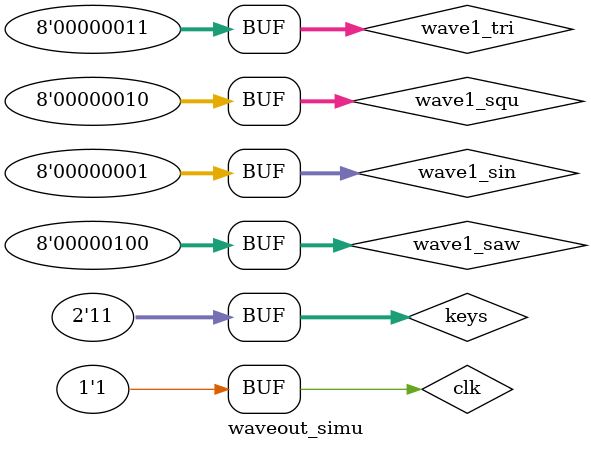
<source format=v>
`timescale 1ns / 1ps
module waveout_simu;

reg clk;
reg [7:0] wave1_sin;
reg [7:0] wave1_squ;
reg [7:0] wave1_tri;
reg [7:0] wave1_saw;
reg [1:0] keys;
wire [7:0] wave_out;

waveout u0(
.clk(clk),
.wave1_sin(wave1_sin),
.wave1_squ(wave1_squ),
.wave1_tri(wave1_tri),
.wave1_saw(wave1_saw),
.keys(keys),
.wave_out(wave_out)
);

initial 
begin
clk<=1'b0;
keys<=2'b0;
wave1_sin<=8'd1;
wave1_squ<=8'd2;
wave1_tri<=8'd3;
wave1_saw<=8'd4;
end
always begin
#5 clk=1'b0;
#5 clk=1'b1;
end
always begin
#20 keys<=2'b00;
#20 keys<=2'b01;
#20 keys<=2'b10;
#20 keys<=2'b11;
end
endmodule

</source>
